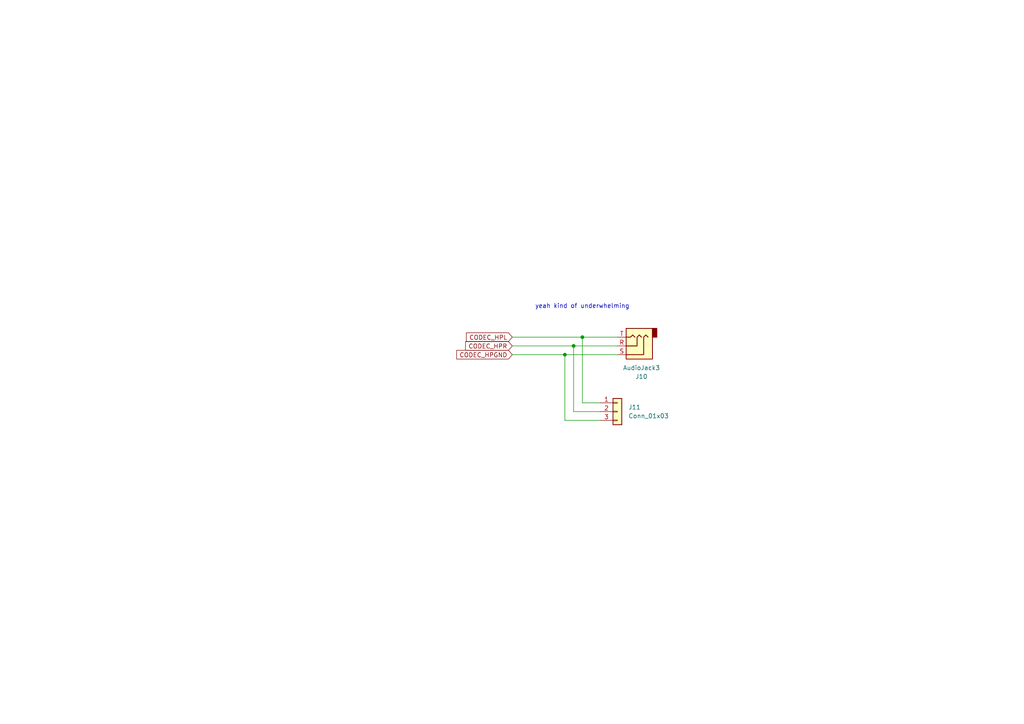
<source format=kicad_sch>
(kicad_sch (version 20250114) (generator "eeschema") (generator_version "9.0")
  (paper "A4")
  (lib_symbols
    (symbol "Connector_Audio:AudioJack3"
      (property "Reference" "J" (at 0 8.89 0))
      (property "Value" "AudioJack3" (at 0 6.35 0))
      (symbol "AudioJack3_0_1"
        (rectangle (start -5.08 -5.08) (end -6.35 -2.54) (stroke (width 0.254)) (fill (type outline)))
        (polyline (pts (xy -1.905 -2.54) (xy -1.27 -3.175) (xy -0.635 -2.54) (xy -0.635 0) (xy 2.54 0)) (stroke (width 0.254)))
        (polyline (pts (xy 0 -2.54) (xy 0.635 -3.175) (xy 1.27 -2.54) (xy 2.54 -2.54)) (stroke (width 0.254)))
        (rectangle (start 2.54 3.81) (end -5.08 -5.08) (stroke (width 0.254)) (fill (type background)))
        (polyline (pts (xy 2.54 2.54) (xy -2.54 2.54) (xy -2.54 -2.54) (xy -3.175 -3.175) (xy -3.81 -2.54)) (stroke (width 0.254)))
      )
      (symbol "AudioJack3_1_1"
        (pin passive line (at 5.08 2.54 180) (length 2.54) (name "~") (number "S"))
        (pin passive line (at 5.08 0 180) (length 2.54) (name "~") (number "R"))
        (pin passive line (at 5.08 -2.54 180) (length 2.54) (name "~") (number "T"))
      )
    )
    (symbol "Connector_Generic:Conn_01x03" (pin_names (offset 1.016) (hide yes))
      (property "Reference" "J" (at 0 5.08 0))
      (property "Value" "Conn_01x03" (at 0 -5.08 0))
      (symbol "Conn_01x03_1_1"
        (rectangle (start -1.27 3.81) (end 1.27 -3.81) (stroke (width 0.254)) (fill (type background)))
        (rectangle (start -1.27 2.667) (end 0 2.413) (stroke (width 0.1524)))
        (rectangle (start -1.27 0.127) (end 0 -0.127) (stroke (width 0.1524)))
        (rectangle (start -1.27 -2.413) (end 0 -2.667) (stroke (width 0.1524)))
        (pin passive line (at -5.08 2.54 0) (length 3.81) (name "Pin_1") (number "1"))
        (pin passive line (at -5.08 0 0) (length 3.81) (name "Pin_2") (number "2"))
        (pin passive line (at -5.08 -2.54 0) (length 3.81) (name "Pin_3") (number "3"))
      )
    )
  )
  (text "yeah kind of underwhelming" (at 168.91 88.9 0) (effects (font (size 1.27 1.27))))
  (junction (at 163.83 102.87))
  (junction (at 166.37 100.33))
  (junction (at 168.91 97.79))
  (wire (pts (xy 173.99 116.84) (xy 168.91 116.84)))
  (wire (pts (xy 173.99 119.38) (xy 166.37 119.38)))
  (wire (pts (xy 173.99 121.92) (xy 163.83 121.92)))
  (wire (pts (xy 168.91 116.84) (xy 168.91 97.79)))
  (wire (pts (xy 163.83 102.87) (xy 163.83 121.92)))
  (wire (pts (xy 166.37 119.38) (xy 166.37 100.33)))
  (wire (pts (xy 166.37 100.33) (xy 179.07 100.33)))
  (wire (pts (xy 148.59 102.87) (xy 163.83 102.87)))
  (wire (pts (xy 168.91 97.79) (xy 179.07 97.79)))
  (wire (pts (xy 148.59 97.79) (xy 168.91 97.79)))
  (wire (pts (xy 148.59 100.33) (xy 166.37 100.33)))
  (wire (pts (xy 163.83 102.87) (xy 179.07 102.87)))
  (global_label "CODEC_HPGND" (shape input) (at 148.59 102.87 180) (property "Intersheetrefs" "${INTERSHEET_REFS}" (effects (hide yes))))
  (global_label "CODEC_HPL" (shape input) (at 148.59 97.79 180) (property "Intersheetrefs" "${INTERSHEET_REFS}" (effects (hide yes))))
  (global_label "CODEC_HPR" (shape input) (at 148.59 100.33 180) (property "Intersheetrefs" "${INTERSHEET_REFS}" (effects (hide yes))))
  (symbol (lib_id "Connector_Audio:AudioJack3") (at 184.15 100.33 180) (unit 1)
    (property "Reference" "J10" (at 186.055 109.22 0))
    (property "Value" "AudioJack3" (at 186.055 106.68 0))
  )
  (symbol (lib_id "Connector_Generic:Conn_01x03") (at 179.07 119.38 0) (unit 1)
    (property "Reference" "J11" (at 182.245 118.1099 0) (effects (justify left)))
    (property "Value" "Conn_01x03" (at 182.245 120.6499 0) (effects (justify left)))
    (property "Footprint" "Connector_PinHeader_2.54mm:PinHeader_1x01_P2.54mm_Vertical" (effects (hide yes)))
    (property "Description" "Generic connector, single row, 01x03, script generated (kicad-library-utils/schlib/autogen/connector/)" (effects (hide yes)))
  )
)
</source>
